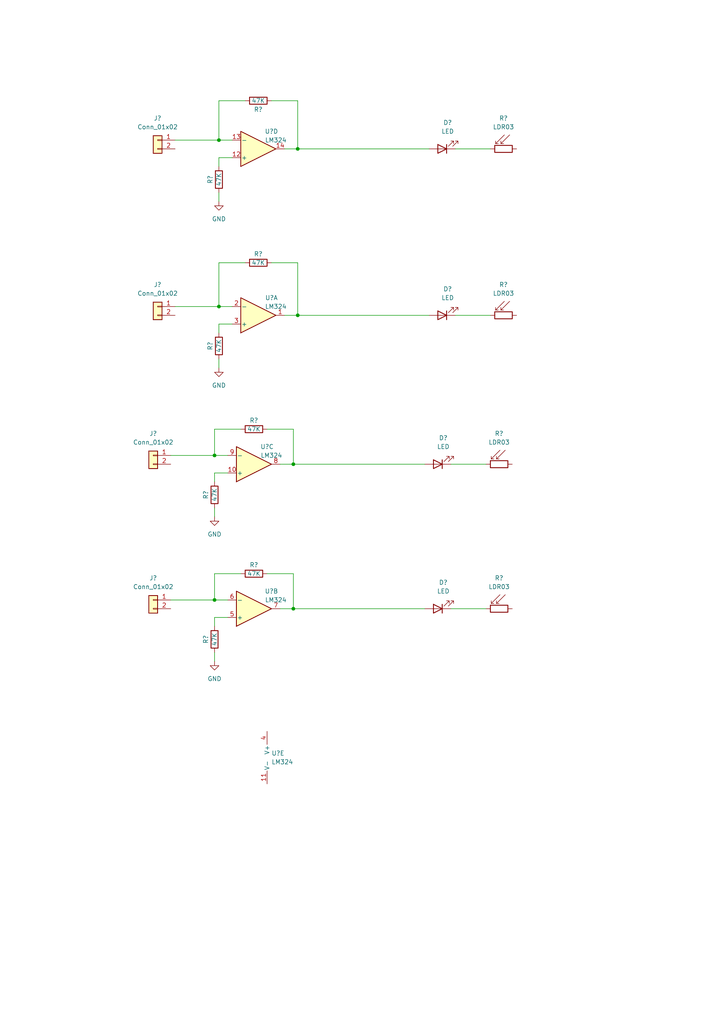
<source format=kicad_sch>
(kicad_sch (version 20211123) (generator eeschema)

  (uuid e63e39d7-6ac0-4ffd-8aa3-1841a4541b55)

  (paper "A4" portrait)

  (lib_symbols
    (symbol "Amplifier_Operational:LM324" (pin_names (offset 0.127)) (in_bom yes) (on_board yes)
      (property "Reference" "U" (id 0) (at 0 5.08 0)
        (effects (font (size 1.27 1.27)) (justify left))
      )
      (property "Value" "LM324" (id 1) (at 0 -5.08 0)
        (effects (font (size 1.27 1.27)) (justify left))
      )
      (property "Footprint" "" (id 2) (at -1.27 2.54 0)
        (effects (font (size 1.27 1.27)) hide)
      )
      (property "Datasheet" "http://www.ti.com/lit/ds/symlink/lm2902-n.pdf" (id 3) (at 1.27 5.08 0)
        (effects (font (size 1.27 1.27)) hide)
      )
      (property "ki_locked" "" (id 4) (at 0 0 0)
        (effects (font (size 1.27 1.27)))
      )
      (property "ki_keywords" "quad opamp" (id 5) (at 0 0 0)
        (effects (font (size 1.27 1.27)) hide)
      )
      (property "ki_description" "Low-Power, Quad-Operational Amplifiers, DIP-14/SOIC-14/SSOP-14" (id 6) (at 0 0 0)
        (effects (font (size 1.27 1.27)) hide)
      )
      (property "ki_fp_filters" "SOIC*3.9x8.7mm*P1.27mm* DIP*W7.62mm* TSSOP*4.4x5mm*P0.65mm* SSOP*5.3x6.2mm*P0.65mm* MSOP*3x3mm*P0.5mm*" (id 7) (at 0 0 0)
        (effects (font (size 1.27 1.27)) hide)
      )
      (symbol "LM324_1_1"
        (polyline
          (pts
            (xy -5.08 5.08)
            (xy 5.08 0)
            (xy -5.08 -5.08)
            (xy -5.08 5.08)
          )
          (stroke (width 0.254) (type default) (color 0 0 0 0))
          (fill (type background))
        )
        (pin output line (at 7.62 0 180) (length 2.54)
          (name "~" (effects (font (size 1.27 1.27))))
          (number "1" (effects (font (size 1.27 1.27))))
        )
        (pin input line (at -7.62 -2.54 0) (length 2.54)
          (name "-" (effects (font (size 1.27 1.27))))
          (number "2" (effects (font (size 1.27 1.27))))
        )
        (pin input line (at -7.62 2.54 0) (length 2.54)
          (name "+" (effects (font (size 1.27 1.27))))
          (number "3" (effects (font (size 1.27 1.27))))
        )
      )
      (symbol "LM324_2_1"
        (polyline
          (pts
            (xy -5.08 5.08)
            (xy 5.08 0)
            (xy -5.08 -5.08)
            (xy -5.08 5.08)
          )
          (stroke (width 0.254) (type default) (color 0 0 0 0))
          (fill (type background))
        )
        (pin input line (at -7.62 2.54 0) (length 2.54)
          (name "+" (effects (font (size 1.27 1.27))))
          (number "5" (effects (font (size 1.27 1.27))))
        )
        (pin input line (at -7.62 -2.54 0) (length 2.54)
          (name "-" (effects (font (size 1.27 1.27))))
          (number "6" (effects (font (size 1.27 1.27))))
        )
        (pin output line (at 7.62 0 180) (length 2.54)
          (name "~" (effects (font (size 1.27 1.27))))
          (number "7" (effects (font (size 1.27 1.27))))
        )
      )
      (symbol "LM324_3_1"
        (polyline
          (pts
            (xy -5.08 5.08)
            (xy 5.08 0)
            (xy -5.08 -5.08)
            (xy -5.08 5.08)
          )
          (stroke (width 0.254) (type default) (color 0 0 0 0))
          (fill (type background))
        )
        (pin input line (at -7.62 2.54 0) (length 2.54)
          (name "+" (effects (font (size 1.27 1.27))))
          (number "10" (effects (font (size 1.27 1.27))))
        )
        (pin output line (at 7.62 0 180) (length 2.54)
          (name "~" (effects (font (size 1.27 1.27))))
          (number "8" (effects (font (size 1.27 1.27))))
        )
        (pin input line (at -7.62 -2.54 0) (length 2.54)
          (name "-" (effects (font (size 1.27 1.27))))
          (number "9" (effects (font (size 1.27 1.27))))
        )
      )
      (symbol "LM324_4_1"
        (polyline
          (pts
            (xy -5.08 5.08)
            (xy 5.08 0)
            (xy -5.08 -5.08)
            (xy -5.08 5.08)
          )
          (stroke (width 0.254) (type default) (color 0 0 0 0))
          (fill (type background))
        )
        (pin input line (at -7.62 2.54 0) (length 2.54)
          (name "+" (effects (font (size 1.27 1.27))))
          (number "12" (effects (font (size 1.27 1.27))))
        )
        (pin input line (at -7.62 -2.54 0) (length 2.54)
          (name "-" (effects (font (size 1.27 1.27))))
          (number "13" (effects (font (size 1.27 1.27))))
        )
        (pin output line (at 7.62 0 180) (length 2.54)
          (name "~" (effects (font (size 1.27 1.27))))
          (number "14" (effects (font (size 1.27 1.27))))
        )
      )
      (symbol "LM324_5_1"
        (pin power_in line (at -2.54 -7.62 90) (length 3.81)
          (name "V-" (effects (font (size 1.27 1.27))))
          (number "11" (effects (font (size 1.27 1.27))))
        )
        (pin power_in line (at -2.54 7.62 270) (length 3.81)
          (name "V+" (effects (font (size 1.27 1.27))))
          (number "4" (effects (font (size 1.27 1.27))))
        )
      )
    )
    (symbol "Connector_Generic:Conn_01x02" (pin_names (offset 1.016) hide) (in_bom yes) (on_board yes)
      (property "Reference" "J" (id 0) (at 0 2.54 0)
        (effects (font (size 1.27 1.27)))
      )
      (property "Value" "Conn_01x02" (id 1) (at 0 -5.08 0)
        (effects (font (size 1.27 1.27)))
      )
      (property "Footprint" "" (id 2) (at 0 0 0)
        (effects (font (size 1.27 1.27)) hide)
      )
      (property "Datasheet" "~" (id 3) (at 0 0 0)
        (effects (font (size 1.27 1.27)) hide)
      )
      (property "ki_keywords" "connector" (id 4) (at 0 0 0)
        (effects (font (size 1.27 1.27)) hide)
      )
      (property "ki_description" "Generic connector, single row, 01x02, script generated (kicad-library-utils/schlib/autogen/connector/)" (id 5) (at 0 0 0)
        (effects (font (size 1.27 1.27)) hide)
      )
      (property "ki_fp_filters" "Connector*:*_1x??_*" (id 6) (at 0 0 0)
        (effects (font (size 1.27 1.27)) hide)
      )
      (symbol "Conn_01x02_1_1"
        (rectangle (start -1.27 -2.413) (end 0 -2.667)
          (stroke (width 0.1524) (type default) (color 0 0 0 0))
          (fill (type none))
        )
        (rectangle (start -1.27 0.127) (end 0 -0.127)
          (stroke (width 0.1524) (type default) (color 0 0 0 0))
          (fill (type none))
        )
        (rectangle (start -1.27 1.27) (end 1.27 -3.81)
          (stroke (width 0.254) (type default) (color 0 0 0 0))
          (fill (type background))
        )
        (pin passive line (at -5.08 0 0) (length 3.81)
          (name "Pin_1" (effects (font (size 1.27 1.27))))
          (number "1" (effects (font (size 1.27 1.27))))
        )
        (pin passive line (at -5.08 -2.54 0) (length 3.81)
          (name "Pin_2" (effects (font (size 1.27 1.27))))
          (number "2" (effects (font (size 1.27 1.27))))
        )
      )
    )
    (symbol "Device:LED" (pin_numbers hide) (pin_names (offset 1.016) hide) (in_bom yes) (on_board yes)
      (property "Reference" "D" (id 0) (at 0 2.54 0)
        (effects (font (size 1.27 1.27)))
      )
      (property "Value" "LED" (id 1) (at 0 -2.54 0)
        (effects (font (size 1.27 1.27)))
      )
      (property "Footprint" "" (id 2) (at 0 0 0)
        (effects (font (size 1.27 1.27)) hide)
      )
      (property "Datasheet" "~" (id 3) (at 0 0 0)
        (effects (font (size 1.27 1.27)) hide)
      )
      (property "ki_keywords" "LED diode" (id 4) (at 0 0 0)
        (effects (font (size 1.27 1.27)) hide)
      )
      (property "ki_description" "Light emitting diode" (id 5) (at 0 0 0)
        (effects (font (size 1.27 1.27)) hide)
      )
      (property "ki_fp_filters" "LED* LED_SMD:* LED_THT:*" (id 6) (at 0 0 0)
        (effects (font (size 1.27 1.27)) hide)
      )
      (symbol "LED_0_1"
        (polyline
          (pts
            (xy -1.27 -1.27)
            (xy -1.27 1.27)
          )
          (stroke (width 0.254) (type default) (color 0 0 0 0))
          (fill (type none))
        )
        (polyline
          (pts
            (xy -1.27 0)
            (xy 1.27 0)
          )
          (stroke (width 0) (type default) (color 0 0 0 0))
          (fill (type none))
        )
        (polyline
          (pts
            (xy 1.27 -1.27)
            (xy 1.27 1.27)
            (xy -1.27 0)
            (xy 1.27 -1.27)
          )
          (stroke (width 0.254) (type default) (color 0 0 0 0))
          (fill (type none))
        )
        (polyline
          (pts
            (xy -3.048 -0.762)
            (xy -4.572 -2.286)
            (xy -3.81 -2.286)
            (xy -4.572 -2.286)
            (xy -4.572 -1.524)
          )
          (stroke (width 0) (type default) (color 0 0 0 0))
          (fill (type none))
        )
        (polyline
          (pts
            (xy -1.778 -0.762)
            (xy -3.302 -2.286)
            (xy -2.54 -2.286)
            (xy -3.302 -2.286)
            (xy -3.302 -1.524)
          )
          (stroke (width 0) (type default) (color 0 0 0 0))
          (fill (type none))
        )
      )
      (symbol "LED_1_1"
        (pin passive line (at -3.81 0 0) (length 2.54)
          (name "K" (effects (font (size 1.27 1.27))))
          (number "1" (effects (font (size 1.27 1.27))))
        )
        (pin passive line (at 3.81 0 180) (length 2.54)
          (name "A" (effects (font (size 1.27 1.27))))
          (number "2" (effects (font (size 1.27 1.27))))
        )
      )
    )
    (symbol "Device:R" (pin_numbers hide) (pin_names (offset 0)) (in_bom yes) (on_board yes)
      (property "Reference" "R" (id 0) (at 2.032 0 90)
        (effects (font (size 1.27 1.27)))
      )
      (property "Value" "R" (id 1) (at 0 0 90)
        (effects (font (size 1.27 1.27)))
      )
      (property "Footprint" "" (id 2) (at -1.778 0 90)
        (effects (font (size 1.27 1.27)) hide)
      )
      (property "Datasheet" "~" (id 3) (at 0 0 0)
        (effects (font (size 1.27 1.27)) hide)
      )
      (property "ki_keywords" "R res resistor" (id 4) (at 0 0 0)
        (effects (font (size 1.27 1.27)) hide)
      )
      (property "ki_description" "Resistor" (id 5) (at 0 0 0)
        (effects (font (size 1.27 1.27)) hide)
      )
      (property "ki_fp_filters" "R_*" (id 6) (at 0 0 0)
        (effects (font (size 1.27 1.27)) hide)
      )
      (symbol "R_0_1"
        (rectangle (start -1.016 -2.54) (end 1.016 2.54)
          (stroke (width 0.254) (type default) (color 0 0 0 0))
          (fill (type none))
        )
      )
      (symbol "R_1_1"
        (pin passive line (at 0 3.81 270) (length 1.27)
          (name "~" (effects (font (size 1.27 1.27))))
          (number "1" (effects (font (size 1.27 1.27))))
        )
        (pin passive line (at 0 -3.81 90) (length 1.27)
          (name "~" (effects (font (size 1.27 1.27))))
          (number "2" (effects (font (size 1.27 1.27))))
        )
      )
    )
    (symbol "Sensor_Optical:LDR03" (pin_numbers hide) (pin_names (offset 0)) (in_bom yes) (on_board yes)
      (property "Reference" "R" (id 0) (at -5.08 0 90)
        (effects (font (size 1.27 1.27)))
      )
      (property "Value" "LDR03" (id 1) (at 1.905 0 90)
        (effects (font (size 1.27 1.27)) (justify top))
      )
      (property "Footprint" "OptoDevice:R_LDR_10x8.5mm_P7.6mm_Vertical" (id 2) (at 4.445 0 90)
        (effects (font (size 1.27 1.27)) hide)
      )
      (property "Datasheet" "http://www.elektronica-componenten.nl/WebRoot/StoreNL/Shops/61422969/54F1/BA0C/C664/31B9/2173/C0A8/2AB9/2AEF/LDR03IMP.pdf" (id 3) (at 0 -1.27 0)
        (effects (font (size 1.27 1.27)) hide)
      )
      (property "ki_keywords" "light dependent photo resistor LDR" (id 4) (at 0 0 0)
        (effects (font (size 1.27 1.27)) hide)
      )
      (property "ki_description" "light dependent resistor" (id 5) (at 0 0 0)
        (effects (font (size 1.27 1.27)) hide)
      )
      (property "ki_fp_filters" "R*LDR*10x8.5mm*P7.6mm*" (id 6) (at 0 0 0)
        (effects (font (size 1.27 1.27)) hide)
      )
      (symbol "LDR03_0_1"
        (rectangle (start -1.016 2.54) (end 1.016 -2.54)
          (stroke (width 0.254) (type default) (color 0 0 0 0))
          (fill (type none))
        )
        (polyline
          (pts
            (xy -1.524 -2.286)
            (xy -4.064 0.254)
          )
          (stroke (width 0) (type default) (color 0 0 0 0))
          (fill (type none))
        )
        (polyline
          (pts
            (xy -1.524 -2.286)
            (xy -2.286 -2.286)
          )
          (stroke (width 0) (type default) (color 0 0 0 0))
          (fill (type none))
        )
        (polyline
          (pts
            (xy -1.524 -2.286)
            (xy -1.524 -1.524)
          )
          (stroke (width 0) (type default) (color 0 0 0 0))
          (fill (type none))
        )
        (polyline
          (pts
            (xy -1.524 -0.762)
            (xy -4.064 1.778)
          )
          (stroke (width 0) (type default) (color 0 0 0 0))
          (fill (type none))
        )
        (polyline
          (pts
            (xy -1.524 -0.762)
            (xy -2.286 -0.762)
          )
          (stroke (width 0) (type default) (color 0 0 0 0))
          (fill (type none))
        )
        (polyline
          (pts
            (xy -1.524 -0.762)
            (xy -1.524 0)
          )
          (stroke (width 0) (type default) (color 0 0 0 0))
          (fill (type none))
        )
      )
      (symbol "LDR03_1_1"
        (pin passive line (at 0 3.81 270) (length 1.27)
          (name "~" (effects (font (size 1.27 1.27))))
          (number "1" (effects (font (size 1.27 1.27))))
        )
        (pin passive line (at 0 -3.81 90) (length 1.27)
          (name "~" (effects (font (size 1.27 1.27))))
          (number "2" (effects (font (size 1.27 1.27))))
        )
      )
    )
    (symbol "power:GND" (power) (pin_names (offset 0)) (in_bom yes) (on_board yes)
      (property "Reference" "#PWR" (id 0) (at 0 -6.35 0)
        (effects (font (size 1.27 1.27)) hide)
      )
      (property "Value" "GND" (id 1) (at 0 -3.81 0)
        (effects (font (size 1.27 1.27)))
      )
      (property "Footprint" "" (id 2) (at 0 0 0)
        (effects (font (size 1.27 1.27)) hide)
      )
      (property "Datasheet" "" (id 3) (at 0 0 0)
        (effects (font (size 1.27 1.27)) hide)
      )
      (property "ki_keywords" "power-flag" (id 4) (at 0 0 0)
        (effects (font (size 1.27 1.27)) hide)
      )
      (property "ki_description" "Power symbol creates a global label with name \"GND\" , ground" (id 5) (at 0 0 0)
        (effects (font (size 1.27 1.27)) hide)
      )
      (symbol "GND_0_1"
        (polyline
          (pts
            (xy 0 0)
            (xy 0 -1.27)
            (xy 1.27 -1.27)
            (xy 0 -2.54)
            (xy -1.27 -1.27)
            (xy 0 -1.27)
          )
          (stroke (width 0) (type default) (color 0 0 0 0))
          (fill (type none))
        )
      )
      (symbol "GND_1_1"
        (pin power_in line (at 0 0 270) (length 0) hide
          (name "GND" (effects (font (size 1.27 1.27))))
          (number "1" (effects (font (size 1.27 1.27))))
        )
      )
    )
  )

  (junction (at 85.09 134.62) (diameter 0) (color 0 0 0 0)
    (uuid 3c66b4b1-d81e-490d-821f-d33bda894462)
  )
  (junction (at 86.36 91.44) (diameter 0) (color 0 0 0 0)
    (uuid 408ba981-f5b8-4794-9629-0e1422be739d)
  )
  (junction (at 63.5 88.9) (diameter 0) (color 0 0 0 0)
    (uuid 737db82e-5893-499e-970e-a70a3ec6f461)
  )
  (junction (at 62.23 132.08) (diameter 0) (color 0 0 0 0)
    (uuid 8dde3f35-c3b0-4ceb-9579-e06b80b924a8)
  )
  (junction (at 86.36 43.18) (diameter 0) (color 0 0 0 0)
    (uuid 9ff13404-a5d1-4f05-9d81-ab26d034c833)
  )
  (junction (at 62.23 173.99) (diameter 0) (color 0 0 0 0)
    (uuid dc86b156-5653-420c-a490-d2e015d58753)
  )
  (junction (at 63.5 40.64) (diameter 0) (color 0 0 0 0)
    (uuid ed8c9e8b-1247-4a3e-93c5-6b86230c23b1)
  )
  (junction (at 85.09 176.53) (diameter 0) (color 0 0 0 0)
    (uuid f1915d5f-6853-4f01-88a5-ab9459e9b9be)
  )

  (wire (pts (xy 71.12 29.21) (xy 63.5 29.21))
    (stroke (width 0) (type default) (color 0 0 0 0))
    (uuid 07d9e260-bf96-4407-bdf0-2e015e2c60df)
  )
  (wire (pts (xy 71.12 76.2) (xy 63.5 76.2))
    (stroke (width 0) (type default) (color 0 0 0 0))
    (uuid 0df288f2-e234-4daf-8c9c-16dc9bc6019f)
  )
  (wire (pts (xy 77.47 124.46) (xy 85.09 124.46))
    (stroke (width 0) (type default) (color 0 0 0 0))
    (uuid 10636e3c-fe4b-48c8-8612-84484078973b)
  )
  (wire (pts (xy 62.23 173.99) (xy 66.04 173.99))
    (stroke (width 0) (type default) (color 0 0 0 0))
    (uuid 1bb3e7c1-2f0f-4ab5-b09d-bec91f5d4932)
  )
  (wire (pts (xy 132.08 43.18) (xy 142.24 43.18))
    (stroke (width 0) (type default) (color 0 0 0 0))
    (uuid 231d883a-6407-4c8f-98ef-bcee40492849)
  )
  (wire (pts (xy 63.5 93.98) (xy 63.5 96.52))
    (stroke (width 0) (type default) (color 0 0 0 0))
    (uuid 2a8de6d5-6153-4d44-aad6-4ed5398aa501)
  )
  (wire (pts (xy 63.5 29.21) (xy 63.5 40.64))
    (stroke (width 0) (type default) (color 0 0 0 0))
    (uuid 2d1e054a-1434-4d8d-a443-d0c7106ee2f9)
  )
  (wire (pts (xy 86.36 91.44) (xy 82.55 91.44))
    (stroke (width 0) (type default) (color 0 0 0 0))
    (uuid 2d3645ae-a118-43e7-b1d1-b3ca6e8d4b9b)
  )
  (wire (pts (xy 86.36 43.18) (xy 82.55 43.18))
    (stroke (width 0) (type default) (color 0 0 0 0))
    (uuid 32814b45-2083-4311-87ca-b28eb5faf963)
  )
  (wire (pts (xy 86.36 76.2) (xy 86.36 91.44))
    (stroke (width 0) (type default) (color 0 0 0 0))
    (uuid 35d5253b-79ce-4e0a-b830-677b1e965ba6)
  )
  (wire (pts (xy 49.53 173.99) (xy 62.23 173.99))
    (stroke (width 0) (type default) (color 0 0 0 0))
    (uuid 3d83076c-ad0b-478a-9e3e-333adc603235)
  )
  (wire (pts (xy 63.5 104.14) (xy 63.5 106.68))
    (stroke (width 0) (type default) (color 0 0 0 0))
    (uuid 4756956a-93f2-457a-9fcc-17df418cea38)
  )
  (wire (pts (xy 49.53 132.08) (xy 62.23 132.08))
    (stroke (width 0) (type default) (color 0 0 0 0))
    (uuid 4fdafb8b-d967-45cf-9ee9-fcc50842d95d)
  )
  (wire (pts (xy 86.36 91.44) (xy 124.46 91.44))
    (stroke (width 0) (type default) (color 0 0 0 0))
    (uuid 5e5dd661-821b-4307-bed8-850dd013ed7a)
  )
  (wire (pts (xy 67.31 93.98) (xy 63.5 93.98))
    (stroke (width 0) (type default) (color 0 0 0 0))
    (uuid 5f3c654a-1630-4276-81a9-b8667adc2533)
  )
  (wire (pts (xy 63.5 45.72) (xy 63.5 48.26))
    (stroke (width 0) (type default) (color 0 0 0 0))
    (uuid 6134ca74-9b6b-4281-9478-f7d9f4273ec7)
  )
  (wire (pts (xy 62.23 189.23) (xy 62.23 191.77))
    (stroke (width 0) (type default) (color 0 0 0 0))
    (uuid 64b543c3-6515-4c39-ab03-2b7978b38725)
  )
  (wire (pts (xy 132.08 91.44) (xy 142.24 91.44))
    (stroke (width 0) (type default) (color 0 0 0 0))
    (uuid 68818fde-e3d1-4993-b37b-e3aa75e9c161)
  )
  (wire (pts (xy 85.09 176.53) (xy 81.28 176.53))
    (stroke (width 0) (type default) (color 0 0 0 0))
    (uuid 69350868-21e8-479a-a2c2-b6c40a43ff27)
  )
  (wire (pts (xy 130.81 176.53) (xy 140.97 176.53))
    (stroke (width 0) (type default) (color 0 0 0 0))
    (uuid 6f866ef2-b0d5-4ae9-83bb-201e75bac24e)
  )
  (wire (pts (xy 50.8 88.9) (xy 63.5 88.9))
    (stroke (width 0) (type default) (color 0 0 0 0))
    (uuid 77104e7e-d886-40d9-b85a-e96ae2b5766e)
  )
  (wire (pts (xy 85.09 166.37) (xy 85.09 176.53))
    (stroke (width 0) (type default) (color 0 0 0 0))
    (uuid 793d12f1-29d3-4d7f-adba-fb9bf6b2ac43)
  )
  (wire (pts (xy 69.85 124.46) (xy 62.23 124.46))
    (stroke (width 0) (type default) (color 0 0 0 0))
    (uuid 79ca93bb-2db1-4c34-8ce4-969e4a88dba1)
  )
  (wire (pts (xy 77.47 166.37) (xy 85.09 166.37))
    (stroke (width 0) (type default) (color 0 0 0 0))
    (uuid 7aff06c7-a342-45b1-a4f8-abbae430654f)
  )
  (wire (pts (xy 78.74 76.2) (xy 86.36 76.2))
    (stroke (width 0) (type default) (color 0 0 0 0))
    (uuid 805a11b6-7d42-401f-a7e8-3f02d9603bb8)
  )
  (wire (pts (xy 66.04 137.16) (xy 62.23 137.16))
    (stroke (width 0) (type default) (color 0 0 0 0))
    (uuid 8c98ba2e-be52-496a-81b2-53ada2c6dd0d)
  )
  (wire (pts (xy 85.09 134.62) (xy 81.28 134.62))
    (stroke (width 0) (type default) (color 0 0 0 0))
    (uuid 8f1739bb-ab17-4ec3-bc90-963142a8c91a)
  )
  (wire (pts (xy 130.81 134.62) (xy 140.97 134.62))
    (stroke (width 0) (type default) (color 0 0 0 0))
    (uuid 9118021e-5637-4c87-9c77-a0d80e29e470)
  )
  (wire (pts (xy 62.23 147.32) (xy 62.23 149.86))
    (stroke (width 0) (type default) (color 0 0 0 0))
    (uuid 935f2c15-38be-47da-9168-a9d3080289b3)
  )
  (wire (pts (xy 62.23 137.16) (xy 62.23 139.7))
    (stroke (width 0) (type default) (color 0 0 0 0))
    (uuid 94c58a02-e503-4883-a89f-2d8e6435c482)
  )
  (wire (pts (xy 66.04 179.07) (xy 62.23 179.07))
    (stroke (width 0) (type default) (color 0 0 0 0))
    (uuid 958c70bc-c164-40c4-bd86-e623c9a050b1)
  )
  (wire (pts (xy 85.09 134.62) (xy 123.19 134.62))
    (stroke (width 0) (type default) (color 0 0 0 0))
    (uuid a0265c17-085a-44d2-9e84-17faa16616e4)
  )
  (wire (pts (xy 63.5 88.9) (xy 67.31 88.9))
    (stroke (width 0) (type default) (color 0 0 0 0))
    (uuid a2b1f9f9-ca8b-417c-a8f2-5bea0525272f)
  )
  (wire (pts (xy 85.09 124.46) (xy 85.09 134.62))
    (stroke (width 0) (type default) (color 0 0 0 0))
    (uuid a2e9e1fe-3833-4774-88c3-dc3189cc546e)
  )
  (wire (pts (xy 50.8 40.64) (xy 63.5 40.64))
    (stroke (width 0) (type default) (color 0 0 0 0))
    (uuid a62fdd31-fc3b-4afa-93d6-5cdcaa6f6204)
  )
  (wire (pts (xy 62.23 179.07) (xy 62.23 181.61))
    (stroke (width 0) (type default) (color 0 0 0 0))
    (uuid b4c99fd8-f08a-4102-9a22-6b1d867eada7)
  )
  (wire (pts (xy 62.23 132.08) (xy 66.04 132.08))
    (stroke (width 0) (type default) (color 0 0 0 0))
    (uuid b98b77bf-286f-4ec2-994f-39a5907aa6cb)
  )
  (wire (pts (xy 67.31 45.72) (xy 63.5 45.72))
    (stroke (width 0) (type default) (color 0 0 0 0))
    (uuid be120be5-ee0d-4370-959d-58bb8ff05448)
  )
  (wire (pts (xy 63.5 55.88) (xy 63.5 58.42))
    (stroke (width 0) (type default) (color 0 0 0 0))
    (uuid c4007d3b-804b-4a05-ae05-a7666a4d20e6)
  )
  (wire (pts (xy 63.5 76.2) (xy 63.5 88.9))
    (stroke (width 0) (type default) (color 0 0 0 0))
    (uuid c4260a3d-9641-4ac1-bf82-e512d0cfe2ac)
  )
  (wire (pts (xy 86.36 43.18) (xy 124.46 43.18))
    (stroke (width 0) (type default) (color 0 0 0 0))
    (uuid ca9ed38f-87c5-4785-9e8a-80d29e032145)
  )
  (wire (pts (xy 62.23 124.46) (xy 62.23 132.08))
    (stroke (width 0) (type default) (color 0 0 0 0))
    (uuid e5681570-85e6-446e-97ae-b1ef6bf7d340)
  )
  (wire (pts (xy 62.23 166.37) (xy 62.23 173.99))
    (stroke (width 0) (type default) (color 0 0 0 0))
    (uuid e7248b02-a7ac-4b77-a48b-2207b193b61e)
  )
  (wire (pts (xy 86.36 29.21) (xy 86.36 43.18))
    (stroke (width 0) (type default) (color 0 0 0 0))
    (uuid e73ada26-e7a9-4ff4-b789-f83e10fbc4d9)
  )
  (wire (pts (xy 69.85 166.37) (xy 62.23 166.37))
    (stroke (width 0) (type default) (color 0 0 0 0))
    (uuid e89efc89-706b-48c8-9641-f568279b760a)
  )
  (wire (pts (xy 78.74 29.21) (xy 86.36 29.21))
    (stroke (width 0) (type default) (color 0 0 0 0))
    (uuid f0e4c73d-2462-4ea0-8c82-c6fa79aa5e3d)
  )
  (wire (pts (xy 63.5 40.64) (xy 67.31 40.64))
    (stroke (width 0) (type default) (color 0 0 0 0))
    (uuid f325da4d-a5ef-43de-9449-fc04b5519ebf)
  )
  (wire (pts (xy 85.09 176.53) (xy 123.19 176.53))
    (stroke (width 0) (type default) (color 0 0 0 0))
    (uuid ff9eddec-029c-49ac-9315-2f942fa2e690)
  )

  (symbol (lib_id "power:GND") (at 63.5 58.42 0) (unit 1)
    (in_bom yes) (on_board yes) (fields_autoplaced)
    (uuid 0b39c1f5-9055-4f1b-8c3f-beec3e44ba83)
    (property "Reference" "#PWR?" (id 0) (at 63.5 64.77 0)
      (effects (font (size 1.27 1.27)) hide)
    )
    (property "Value" "GND" (id 1) (at 63.5 63.5 0))
    (property "Footprint" "" (id 2) (at 63.5 58.42 0)
      (effects (font (size 1.27 1.27)) hide)
    )
    (property "Datasheet" "" (id 3) (at 63.5 58.42 0)
      (effects (font (size 1.27 1.27)) hide)
    )
    (pin "1" (uuid 05a3b47d-f330-492d-9e44-9f512bc9b2a2))
  )

  (symbol (lib_id "Device:R") (at 62.23 185.42 0) (mirror x) (unit 1)
    (in_bom yes) (on_board yes)
    (uuid 12d90b36-af06-4379-91a8-887c48e1b30b)
    (property "Reference" "R?" (id 0) (at 59.69 185.42 90))
    (property "Value" "47K" (id 1) (at 62.23 185.42 90))
    (property "Footprint" "" (id 2) (at 60.452 185.42 90)
      (effects (font (size 1.27 1.27)) hide)
    )
    (property "Datasheet" "~" (id 3) (at 62.23 185.42 0)
      (effects (font (size 1.27 1.27)) hide)
    )
    (pin "1" (uuid 9bcf76b7-7c7d-416c-b1d6-bf165700442c))
    (pin "2" (uuid 42b1e37c-e6e2-465f-9215-41d5f1d5f24b))
  )

  (symbol (lib_id "power:GND") (at 63.5 106.68 0) (unit 1)
    (in_bom yes) (on_board yes) (fields_autoplaced)
    (uuid 1a947117-2133-4b36-a58c-955a9cd08cdd)
    (property "Reference" "#PWR?" (id 0) (at 63.5 113.03 0)
      (effects (font (size 1.27 1.27)) hide)
    )
    (property "Value" "GND" (id 1) (at 63.5 111.76 0))
    (property "Footprint" "" (id 2) (at 63.5 106.68 0)
      (effects (font (size 1.27 1.27)) hide)
    )
    (property "Datasheet" "" (id 3) (at 63.5 106.68 0)
      (effects (font (size 1.27 1.27)) hide)
    )
    (pin "1" (uuid 6cc2a133-236e-417d-a38b-7db07bee50b2))
  )

  (symbol (lib_id "Device:R") (at 74.93 76.2 90) (mirror x) (unit 1)
    (in_bom yes) (on_board yes)
    (uuid 1ad51d5e-acd0-4812-ac26-1cc07ea208e7)
    (property "Reference" "R?" (id 0) (at 74.93 73.66 90))
    (property "Value" "47K" (id 1) (at 74.93 76.2 90))
    (property "Footprint" "" (id 2) (at 74.93 74.422 90)
      (effects (font (size 1.27 1.27)) hide)
    )
    (property "Datasheet" "~" (id 3) (at 74.93 76.2 0)
      (effects (font (size 1.27 1.27)) hide)
    )
    (pin "1" (uuid 2a2f55fe-ee4f-4118-a7fc-d9ba475ac437))
    (pin "2" (uuid 0b647b86-005e-4f63-b51b-07b3ea357ac3))
  )

  (symbol (lib_id "Device:R") (at 63.5 100.33 0) (mirror x) (unit 1)
    (in_bom yes) (on_board yes)
    (uuid 1fc5fdc9-03a6-47a5-bc91-7721cd775f3c)
    (property "Reference" "R?" (id 0) (at 60.96 100.33 90))
    (property "Value" "47K" (id 1) (at 63.5 100.33 90))
    (property "Footprint" "" (id 2) (at 61.722 100.33 90)
      (effects (font (size 1.27 1.27)) hide)
    )
    (property "Datasheet" "~" (id 3) (at 63.5 100.33 0)
      (effects (font (size 1.27 1.27)) hide)
    )
    (pin "1" (uuid bb576ea6-49c0-481b-941a-f235c122f5ea))
    (pin "2" (uuid 49b9ef08-1536-42c1-bc83-19603de60f7d))
  )

  (symbol (lib_id "Device:LED") (at 128.27 43.18 180) (unit 1)
    (in_bom yes) (on_board yes) (fields_autoplaced)
    (uuid 20b4998f-1d29-4f3d-913c-f6ae01ef10be)
    (property "Reference" "D?" (id 0) (at 129.8575 35.56 0))
    (property "Value" "LED" (id 1) (at 129.8575 38.1 0))
    (property "Footprint" "" (id 2) (at 128.27 43.18 0)
      (effects (font (size 1.27 1.27)) hide)
    )
    (property "Datasheet" "~" (id 3) (at 128.27 43.18 0)
      (effects (font (size 1.27 1.27)) hide)
    )
    (pin "1" (uuid 9fcd768c-9ff0-44a5-a79e-85d3b7d0ba95))
    (pin "2" (uuid f564d751-be49-4fd4-bacb-d2274603dd7c))
  )

  (symbol (lib_id "Amplifier_Operational:LM324") (at 80.01 219.71 0) (unit 5)
    (in_bom yes) (on_board yes) (fields_autoplaced)
    (uuid 27df9fa1-a4b0-4277-9b33-99fc7f662748)
    (property "Reference" "U?" (id 0) (at 78.74 218.4399 0)
      (effects (font (size 1.27 1.27)) (justify left))
    )
    (property "Value" "LM324" (id 1) (at 78.74 220.9799 0)
      (effects (font (size 1.27 1.27)) (justify left))
    )
    (property "Footprint" "" (id 2) (at 78.74 217.17 0)
      (effects (font (size 1.27 1.27)) hide)
    )
    (property "Datasheet" "http://www.ti.com/lit/ds/symlink/lm2902-n.pdf" (id 3) (at 81.28 214.63 0)
      (effects (font (size 1.27 1.27)) hide)
    )
    (pin "11" (uuid da94d0d9-37d6-4f4f-aee6-0272209c7fa7))
    (pin "4" (uuid ffb09ab6-f372-4027-9c8e-6ae354d34df1))
  )

  (symbol (lib_id "Device:LED") (at 127 134.62 180) (unit 1)
    (in_bom yes) (on_board yes) (fields_autoplaced)
    (uuid 2d2d98eb-0df6-44e4-821e-2ad23ad805e3)
    (property "Reference" "D?" (id 0) (at 128.5875 127 0))
    (property "Value" "LED" (id 1) (at 128.5875 129.54 0))
    (property "Footprint" "" (id 2) (at 127 134.62 0)
      (effects (font (size 1.27 1.27)) hide)
    )
    (property "Datasheet" "~" (id 3) (at 127 134.62 0)
      (effects (font (size 1.27 1.27)) hide)
    )
    (pin "1" (uuid bf2ef27c-dc47-4d7a-806d-114840274dfe))
    (pin "2" (uuid 2e0a1144-affb-4d74-8cf9-9effce5cde5f))
  )

  (symbol (lib_id "power:GND") (at 62.23 149.86 0) (unit 1)
    (in_bom yes) (on_board yes) (fields_autoplaced)
    (uuid 41b0ff08-4076-466b-a578-cfb5db944530)
    (property "Reference" "#PWR?" (id 0) (at 62.23 156.21 0)
      (effects (font (size 1.27 1.27)) hide)
    )
    (property "Value" "GND" (id 1) (at 62.23 154.94 0))
    (property "Footprint" "" (id 2) (at 62.23 149.86 0)
      (effects (font (size 1.27 1.27)) hide)
    )
    (property "Datasheet" "" (id 3) (at 62.23 149.86 0)
      (effects (font (size 1.27 1.27)) hide)
    )
    (pin "1" (uuid 02aa36ad-5b3f-4735-bf5e-ec8357b17093))
  )

  (symbol (lib_id "power:GND") (at 62.23 191.77 0) (unit 1)
    (in_bom yes) (on_board yes) (fields_autoplaced)
    (uuid 5042aa84-76f9-413b-aadc-7658cbc67e45)
    (property "Reference" "#PWR?" (id 0) (at 62.23 198.12 0)
      (effects (font (size 1.27 1.27)) hide)
    )
    (property "Value" "GND" (id 1) (at 62.23 196.85 0))
    (property "Footprint" "" (id 2) (at 62.23 191.77 0)
      (effects (font (size 1.27 1.27)) hide)
    )
    (property "Datasheet" "" (id 3) (at 62.23 191.77 0)
      (effects (font (size 1.27 1.27)) hide)
    )
    (pin "1" (uuid e6acf612-6407-4324-875f-1f62f23cedcb))
  )

  (symbol (lib_id "Device:R") (at 63.5 52.07 0) (mirror x) (unit 1)
    (in_bom yes) (on_board yes)
    (uuid 64970711-59fd-4269-a7d8-843210d4db57)
    (property "Reference" "R?" (id 0) (at 60.96 52.07 90))
    (property "Value" "47K" (id 1) (at 63.5 52.07 90))
    (property "Footprint" "" (id 2) (at 61.722 52.07 90)
      (effects (font (size 1.27 1.27)) hide)
    )
    (property "Datasheet" "~" (id 3) (at 63.5 52.07 0)
      (effects (font (size 1.27 1.27)) hide)
    )
    (pin "1" (uuid 0a2cdebe-c5d0-486a-9312-15891be23e4c))
    (pin "2" (uuid edcb4695-dd77-4cd7-9173-25b95db63577))
  )

  (symbol (lib_id "Amplifier_Operational:LM324") (at 73.66 134.62 0) (mirror x) (unit 3)
    (in_bom yes) (on_board yes)
    (uuid 6a3aac14-e57c-49cd-ac67-e411212cffbe)
    (property "Reference" "U?" (id 0) (at 77.47 129.54 0))
    (property "Value" "LM324" (id 1) (at 78.74 132.08 0))
    (property "Footprint" "" (id 2) (at 72.39 137.16 0)
      (effects (font (size 1.27 1.27)) hide)
    )
    (property "Datasheet" "http://www.ti.com/lit/ds/symlink/lm2902-n.pdf" (id 3) (at 74.93 139.7 0)
      (effects (font (size 1.27 1.27)) hide)
    )
    (pin "10" (uuid de4ffb7f-166e-4095-8b0a-e385f35bb285))
    (pin "8" (uuid 54d50405-241d-4e78-88f6-83e047880581))
    (pin "9" (uuid 1a52c975-2989-40aa-8d45-ddfa7f62da20))
  )

  (symbol (lib_id "Device:R") (at 74.93 29.21 90) (mirror x) (unit 1)
    (in_bom yes) (on_board yes)
    (uuid 6bf4a85f-abdd-4285-ae1b-b514ee273f88)
    (property "Reference" "R?" (id 0) (at 74.93 31.75 90))
    (property "Value" "47K" (id 1) (at 74.93 29.21 90))
    (property "Footprint" "" (id 2) (at 74.93 27.432 90)
      (effects (font (size 1.27 1.27)) hide)
    )
    (property "Datasheet" "~" (id 3) (at 74.93 29.21 0)
      (effects (font (size 1.27 1.27)) hide)
    )
    (pin "1" (uuid 378b228b-40a3-4b5a-9980-3ffa7b328895))
    (pin "2" (uuid 131eabaa-3e17-4b1b-96e1-20abbdf562d9))
  )

  (symbol (lib_id "Sensor_Optical:LDR03") (at 146.05 43.18 270) (unit 1)
    (in_bom yes) (on_board yes) (fields_autoplaced)
    (uuid 6fff8b17-b295-4284-afed-17a882972a63)
    (property "Reference" "R?" (id 0) (at 146.05 34.29 90))
    (property "Value" "LDR03" (id 1) (at 146.05 36.83 90))
    (property "Footprint" "OptoDevice:R_LDR_10x8.5mm_P7.6mm_Vertical" (id 2) (at 146.05 47.625 90)
      (effects (font (size 1.27 1.27)) hide)
    )
    (property "Datasheet" "http://www.elektronica-componenten.nl/WebRoot/StoreNL/Shops/61422969/54F1/BA0C/C664/31B9/2173/C0A8/2AB9/2AEF/LDR03IMP.pdf" (id 3) (at 144.78 43.18 0)
      (effects (font (size 1.27 1.27)) hide)
    )
    (pin "1" (uuid 13f8f043-2ef5-44c2-a537-7001496348f6))
    (pin "2" (uuid 13d8277c-55e8-43d8-8d4e-a2f396466437))
  )

  (symbol (lib_id "Device:LED") (at 127 176.53 180) (unit 1)
    (in_bom yes) (on_board yes) (fields_autoplaced)
    (uuid 714c4d5f-682c-460a-944e-93656350dd4b)
    (property "Reference" "D?" (id 0) (at 128.5875 168.91 0))
    (property "Value" "LED" (id 1) (at 128.5875 171.45 0))
    (property "Footprint" "" (id 2) (at 127 176.53 0)
      (effects (font (size 1.27 1.27)) hide)
    )
    (property "Datasheet" "~" (id 3) (at 127 176.53 0)
      (effects (font (size 1.27 1.27)) hide)
    )
    (pin "1" (uuid 68f260fe-b293-41e3-adb7-eeee1b7b5b55))
    (pin "2" (uuid 357aee21-d74a-4e15-b879-221559f85005))
  )

  (symbol (lib_id "Connector_Generic:Conn_01x02") (at 44.45 173.99 0) (mirror y) (unit 1)
    (in_bom yes) (on_board yes) (fields_autoplaced)
    (uuid 753e2e87-1592-4920-b317-b8833e6d4622)
    (property "Reference" "J?" (id 0) (at 44.45 167.64 0))
    (property "Value" "Conn_01x02" (id 1) (at 44.45 170.18 0))
    (property "Footprint" "" (id 2) (at 44.45 173.99 0)
      (effects (font (size 1.27 1.27)) hide)
    )
    (property "Datasheet" "~" (id 3) (at 44.45 173.99 0)
      (effects (font (size 1.27 1.27)) hide)
    )
    (pin "1" (uuid 58f107e6-23ee-434f-bae2-d726456c3143))
    (pin "2" (uuid 1fe4fad9-4ebd-4ab7-a50f-1533cee55fd3))
  )

  (symbol (lib_id "Connector_Generic:Conn_01x02") (at 45.72 40.64 0) (mirror y) (unit 1)
    (in_bom yes) (on_board yes) (fields_autoplaced)
    (uuid 7c3c5582-7b55-498e-91d2-3e2906a372b6)
    (property "Reference" "J?" (id 0) (at 45.72 34.29 0))
    (property "Value" "Conn_01x02" (id 1) (at 45.72 36.83 0))
    (property "Footprint" "" (id 2) (at 45.72 40.64 0)
      (effects (font (size 1.27 1.27)) hide)
    )
    (property "Datasheet" "~" (id 3) (at 45.72 40.64 0)
      (effects (font (size 1.27 1.27)) hide)
    )
    (pin "1" (uuid 51538c9c-edbc-4734-b0c7-559bcfbaddb5))
    (pin "2" (uuid 56b88fe8-7c86-4458-810a-f7d5a344a463))
  )

  (symbol (lib_id "Sensor_Optical:LDR03") (at 144.78 134.62 270) (unit 1)
    (in_bom yes) (on_board yes) (fields_autoplaced)
    (uuid 7f6da31c-ca07-44ac-9092-c99bbb6956fa)
    (property "Reference" "R?" (id 0) (at 144.78 125.73 90))
    (property "Value" "LDR03" (id 1) (at 144.78 128.27 90))
    (property "Footprint" "OptoDevice:R_LDR_10x8.5mm_P7.6mm_Vertical" (id 2) (at 144.78 139.065 90)
      (effects (font (size 1.27 1.27)) hide)
    )
    (property "Datasheet" "http://www.elektronica-componenten.nl/WebRoot/StoreNL/Shops/61422969/54F1/BA0C/C664/31B9/2173/C0A8/2AB9/2AEF/LDR03IMP.pdf" (id 3) (at 143.51 134.62 0)
      (effects (font (size 1.27 1.27)) hide)
    )
    (pin "1" (uuid f7d000dd-a3aa-4a0f-a6c0-3fe19acd19b0))
    (pin "2" (uuid 7cac6cc6-7192-4f39-bf20-fd1d41aa178c))
  )

  (symbol (lib_id "Amplifier_Operational:LM324") (at 73.66 176.53 0) (mirror x) (unit 2)
    (in_bom yes) (on_board yes)
    (uuid 815a0815-7930-45ec-8d6e-dc110f979c75)
    (property "Reference" "U?" (id 0) (at 78.74 171.45 0))
    (property "Value" "LM324" (id 1) (at 80.01 173.99 0))
    (property "Footprint" "" (id 2) (at 72.39 179.07 0)
      (effects (font (size 1.27 1.27)) hide)
    )
    (property "Datasheet" "http://www.ti.com/lit/ds/symlink/lm2902-n.pdf" (id 3) (at 74.93 181.61 0)
      (effects (font (size 1.27 1.27)) hide)
    )
    (pin "5" (uuid 736f4bca-0539-488f-ab5b-c659fa9836b0))
    (pin "6" (uuid e2d57c80-00fb-4077-9c97-5541d2825a6b))
    (pin "7" (uuid dff28682-682a-4b0a-b26e-2014cb392df5))
  )

  (symbol (lib_id "Device:R") (at 73.66 166.37 90) (mirror x) (unit 1)
    (in_bom yes) (on_board yes)
    (uuid 88ca8be2-183e-47d2-a734-c91242a84b7b)
    (property "Reference" "R?" (id 0) (at 73.66 163.83 90))
    (property "Value" "47K" (id 1) (at 73.66 166.37 90))
    (property "Footprint" "" (id 2) (at 73.66 164.592 90)
      (effects (font (size 1.27 1.27)) hide)
    )
    (property "Datasheet" "~" (id 3) (at 73.66 166.37 0)
      (effects (font (size 1.27 1.27)) hide)
    )
    (pin "1" (uuid 8e4be5e5-a3b9-4d02-ae81-53a09f24c5d0))
    (pin "2" (uuid 8e307b92-0220-4082-b954-60d0b4443dd8))
  )

  (symbol (lib_id "Amplifier_Operational:LM324") (at 74.93 91.44 0) (mirror x) (unit 1)
    (in_bom yes) (on_board yes)
    (uuid a5c8e189-1ddc-4a66-984b-e0fd1529d346)
    (property "Reference" "U?" (id 0) (at 78.74 86.36 0))
    (property "Value" "LM324" (id 1) (at 80.01 88.9 0))
    (property "Footprint" "" (id 2) (at 73.66 93.98 0)
      (effects (font (size 1.27 1.27)) hide)
    )
    (property "Datasheet" "http://www.ti.com/lit/ds/symlink/lm2902-n.pdf" (id 3) (at 76.2 96.52 0)
      (effects (font (size 1.27 1.27)) hide)
    )
    (pin "1" (uuid 0e249018-17e7-42b3-ae5d-5ebf3ae299ae))
    (pin "2" (uuid 63489ebf-0f52-43a6-a0ab-158b1a7d4988))
    (pin "3" (uuid e6d68f56-4a40-4849-b8d1-13d5ca292900))
  )

  (symbol (lib_id "Sensor_Optical:LDR03") (at 144.78 176.53 270) (unit 1)
    (in_bom yes) (on_board yes) (fields_autoplaced)
    (uuid a8cd0854-a988-4e72-8269-f1cb1b68969e)
    (property "Reference" "R?" (id 0) (at 144.78 167.64 90))
    (property "Value" "LDR03" (id 1) (at 144.78 170.18 90))
    (property "Footprint" "OptoDevice:R_LDR_10x8.5mm_P7.6mm_Vertical" (id 2) (at 144.78 180.975 90)
      (effects (font (size 1.27 1.27)) hide)
    )
    (property "Datasheet" "http://www.elektronica-componenten.nl/WebRoot/StoreNL/Shops/61422969/54F1/BA0C/C664/31B9/2173/C0A8/2AB9/2AEF/LDR03IMP.pdf" (id 3) (at 143.51 176.53 0)
      (effects (font (size 1.27 1.27)) hide)
    )
    (pin "1" (uuid 07a300c1-64c1-4116-b979-0ec38c55cfb8))
    (pin "2" (uuid 929b948d-143f-4d04-8cf6-b156a96df97a))
  )

  (symbol (lib_id "Device:R") (at 62.23 143.51 0) (mirror x) (unit 1)
    (in_bom yes) (on_board yes)
    (uuid b1176f51-9183-4b12-8048-d159096c02e8)
    (property "Reference" "R?" (id 0) (at 59.69 143.51 90))
    (property "Value" "47K" (id 1) (at 62.23 143.51 90))
    (property "Footprint" "" (id 2) (at 60.452 143.51 90)
      (effects (font (size 1.27 1.27)) hide)
    )
    (property "Datasheet" "~" (id 3) (at 62.23 143.51 0)
      (effects (font (size 1.27 1.27)) hide)
    )
    (pin "1" (uuid b407dca3-0c77-4bf4-ad10-bcb52a321462))
    (pin "2" (uuid 077c74a4-d71e-4bcd-94e8-18fad4dc1ff2))
  )

  (symbol (lib_id "Device:LED") (at 128.27 91.44 180) (unit 1)
    (in_bom yes) (on_board yes) (fields_autoplaced)
    (uuid c7877255-9b2c-4508-bdb9-8fa419ba0ade)
    (property "Reference" "D?" (id 0) (at 129.8575 83.82 0))
    (property "Value" "LED" (id 1) (at 129.8575 86.36 0))
    (property "Footprint" "" (id 2) (at 128.27 91.44 0)
      (effects (font (size 1.27 1.27)) hide)
    )
    (property "Datasheet" "~" (id 3) (at 128.27 91.44 0)
      (effects (font (size 1.27 1.27)) hide)
    )
    (pin "1" (uuid 228bcc44-aeb9-4c60-b6c9-d12d20a9e19a))
    (pin "2" (uuid 495f258c-f790-4374-bd59-f2abdbce3dcf))
  )

  (symbol (lib_id "Device:R") (at 73.66 124.46 90) (mirror x) (unit 1)
    (in_bom yes) (on_board yes)
    (uuid d46b40d7-2468-4346-9e6d-166d59e28de6)
    (property "Reference" "R?" (id 0) (at 73.66 121.92 90))
    (property "Value" "47K" (id 1) (at 73.66 124.46 90))
    (property "Footprint" "" (id 2) (at 73.66 122.682 90)
      (effects (font (size 1.27 1.27)) hide)
    )
    (property "Datasheet" "~" (id 3) (at 73.66 124.46 0)
      (effects (font (size 1.27 1.27)) hide)
    )
    (pin "1" (uuid 26ec05b1-764f-43f6-a3b5-bd135f838d12))
    (pin "2" (uuid 7657d296-6c06-441a-9aa6-2ba086596ec2))
  )

  (symbol (lib_id "Sensor_Optical:LDR03") (at 146.05 91.44 270) (unit 1)
    (in_bom yes) (on_board yes) (fields_autoplaced)
    (uuid ec01dd30-7f5f-44a7-b433-4c91b08da4db)
    (property "Reference" "R?" (id 0) (at 146.05 82.55 90))
    (property "Value" "LDR03" (id 1) (at 146.05 85.09 90))
    (property "Footprint" "OptoDevice:R_LDR_10x8.5mm_P7.6mm_Vertical" (id 2) (at 146.05 95.885 90)
      (effects (font (size 1.27 1.27)) hide)
    )
    (property "Datasheet" "http://www.elektronica-componenten.nl/WebRoot/StoreNL/Shops/61422969/54F1/BA0C/C664/31B9/2173/C0A8/2AB9/2AEF/LDR03IMP.pdf" (id 3) (at 144.78 91.44 0)
      (effects (font (size 1.27 1.27)) hide)
    )
    (pin "1" (uuid afdda86c-7b31-4db7-8512-20537eda4006))
    (pin "2" (uuid c0ddf2cb-3c4d-415e-a733-2c0ff6907132))
  )

  (symbol (lib_id "Connector_Generic:Conn_01x02") (at 44.45 132.08 0) (mirror y) (unit 1)
    (in_bom yes) (on_board yes) (fields_autoplaced)
    (uuid f4085a77-feff-4295-8559-f85707b8f179)
    (property "Reference" "J?" (id 0) (at 44.45 125.73 0))
    (property "Value" "Conn_01x02" (id 1) (at 44.45 128.27 0))
    (property "Footprint" "" (id 2) (at 44.45 132.08 0)
      (effects (font (size 1.27 1.27)) hide)
    )
    (property "Datasheet" "~" (id 3) (at 44.45 132.08 0)
      (effects (font (size 1.27 1.27)) hide)
    )
    (pin "1" (uuid c828a07f-2a0b-4b37-9bfb-a4484136faf6))
    (pin "2" (uuid 57275c93-fa63-4984-8bd3-9c273b9fdc73))
  )

  (symbol (lib_id "Connector_Generic:Conn_01x02") (at 45.72 88.9 0) (mirror y) (unit 1)
    (in_bom yes) (on_board yes) (fields_autoplaced)
    (uuid f415282e-f854-4428-afb8-0000af146061)
    (property "Reference" "J?" (id 0) (at 45.72 82.55 0))
    (property "Value" "Conn_01x02" (id 1) (at 45.72 85.09 0))
    (property "Footprint" "" (id 2) (at 45.72 88.9 0)
      (effects (font (size 1.27 1.27)) hide)
    )
    (property "Datasheet" "~" (id 3) (at 45.72 88.9 0)
      (effects (font (size 1.27 1.27)) hide)
    )
    (pin "1" (uuid be2d597d-89ce-40f4-9140-a947d371c7bd))
    (pin "2" (uuid 82eb6e6a-a941-46fc-8582-89e370448a6e))
  )

  (symbol (lib_id "Amplifier_Operational:LM324") (at 74.93 43.18 0) (mirror x) (unit 4)
    (in_bom yes) (on_board yes)
    (uuid f749455d-bed3-4083-a6b4-4813d24ca838)
    (property "Reference" "U?" (id 0) (at 78.74 38.1 0))
    (property "Value" "LM324" (id 1) (at 80.01 40.64 0))
    (property "Footprint" "" (id 2) (at 73.66 45.72 0)
      (effects (font (size 1.27 1.27)) hide)
    )
    (property "Datasheet" "http://www.ti.com/lit/ds/symlink/lm2902-n.pdf" (id 3) (at 76.2 48.26 0)
      (effects (font (size 1.27 1.27)) hide)
    )
    (pin "12" (uuid ec254d45-b07c-4ead-8b60-d8e5f205e88c))
    (pin "13" (uuid fdfc51ad-5bb5-4d37-a9fc-897ff5d4ed8a))
    (pin "14" (uuid 5fe5f375-4e42-4c76-a2a1-ff8c6cf7ef08))
  )

  (sheet_instances
    (path "/" (page "1"))
  )

  (symbol_instances
    (path "/0b39c1f5-9055-4f1b-8c3f-beec3e44ba83"
      (reference "#PWR?") (unit 1) (value "GND") (footprint "")
    )
    (path "/1a947117-2133-4b36-a58c-955a9cd08cdd"
      (reference "#PWR?") (unit 1) (value "GND") (footprint "")
    )
    (path "/41b0ff08-4076-466b-a578-cfb5db944530"
      (reference "#PWR?") (unit 1) (value "GND") (footprint "")
    )
    (path "/5042aa84-76f9-413b-aadc-7658cbc67e45"
      (reference "#PWR?") (unit 1) (value "GND") (footprint "")
    )
    (path "/20b4998f-1d29-4f3d-913c-f6ae01ef10be"
      (reference "D?") (unit 1) (value "LED") (footprint "")
    )
    (path "/2d2d98eb-0df6-44e4-821e-2ad23ad805e3"
      (reference "D?") (unit 1) (value "LED") (footprint "")
    )
    (path "/714c4d5f-682c-460a-944e-93656350dd4b"
      (reference "D?") (unit 1) (value "LED") (footprint "")
    )
    (path "/c7877255-9b2c-4508-bdb9-8fa419ba0ade"
      (reference "D?") (unit 1) (value "LED") (footprint "")
    )
    (path "/753e2e87-1592-4920-b317-b8833e6d4622"
      (reference "J?") (unit 1) (value "Conn_01x02") (footprint "")
    )
    (path "/7c3c5582-7b55-498e-91d2-3e2906a372b6"
      (reference "J?") (unit 1) (value "Conn_01x02") (footprint "")
    )
    (path "/f4085a77-feff-4295-8559-f85707b8f179"
      (reference "J?") (unit 1) (value "Conn_01x02") (footprint "")
    )
    (path "/f415282e-f854-4428-afb8-0000af146061"
      (reference "J?") (unit 1) (value "Conn_01x02") (footprint "")
    )
    (path "/12d90b36-af06-4379-91a8-887c48e1b30b"
      (reference "R?") (unit 1) (value "47K") (footprint "")
    )
    (path "/1ad51d5e-acd0-4812-ac26-1cc07ea208e7"
      (reference "R?") (unit 1) (value "47K") (footprint "")
    )
    (path "/1fc5fdc9-03a6-47a5-bc91-7721cd775f3c"
      (reference "R?") (unit 1) (value "47K") (footprint "")
    )
    (path "/64970711-59fd-4269-a7d8-843210d4db57"
      (reference "R?") (unit 1) (value "47K") (footprint "")
    )
    (path "/6bf4a85f-abdd-4285-ae1b-b514ee273f88"
      (reference "R?") (unit 1) (value "47K") (footprint "")
    )
    (path "/6fff8b17-b295-4284-afed-17a882972a63"
      (reference "R?") (unit 1) (value "LDR03") (footprint "OptoDevice:R_LDR_10x8.5mm_P7.6mm_Vertical")
    )
    (path "/7f6da31c-ca07-44ac-9092-c99bbb6956fa"
      (reference "R?") (unit 1) (value "LDR03") (footprint "OptoDevice:R_LDR_10x8.5mm_P7.6mm_Vertical")
    )
    (path "/88ca8be2-183e-47d2-a734-c91242a84b7b"
      (reference "R?") (unit 1) (value "47K") (footprint "")
    )
    (path "/a8cd0854-a988-4e72-8269-f1cb1b68969e"
      (reference "R?") (unit 1) (value "LDR03") (footprint "OptoDevice:R_LDR_10x8.5mm_P7.6mm_Vertical")
    )
    (path "/b1176f51-9183-4b12-8048-d159096c02e8"
      (reference "R?") (unit 1) (value "47K") (footprint "")
    )
    (path "/d46b40d7-2468-4346-9e6d-166d59e28de6"
      (reference "R?") (unit 1) (value "47K") (footprint "")
    )
    (path "/ec01dd30-7f5f-44a7-b433-4c91b08da4db"
      (reference "R?") (unit 1) (value "LDR03") (footprint "OptoDevice:R_LDR_10x8.5mm_P7.6mm_Vertical")
    )
    (path "/a5c8e189-1ddc-4a66-984b-e0fd1529d346"
      (reference "U?") (unit 1) (value "LM324") (footprint "")
    )
    (path "/815a0815-7930-45ec-8d6e-dc110f979c75"
      (reference "U?") (unit 2) (value "LM324") (footprint "")
    )
    (path "/6a3aac14-e57c-49cd-ac67-e411212cffbe"
      (reference "U?") (unit 3) (value "LM324") (footprint "")
    )
    (path "/f749455d-bed3-4083-a6b4-4813d24ca838"
      (reference "U?") (unit 4) (value "LM324") (footprint "")
    )
    (path "/27df9fa1-a4b0-4277-9b33-99fc7f662748"
      (reference "U?") (unit 5) (value "LM324") (footprint "")
    )
  )
)

</source>
